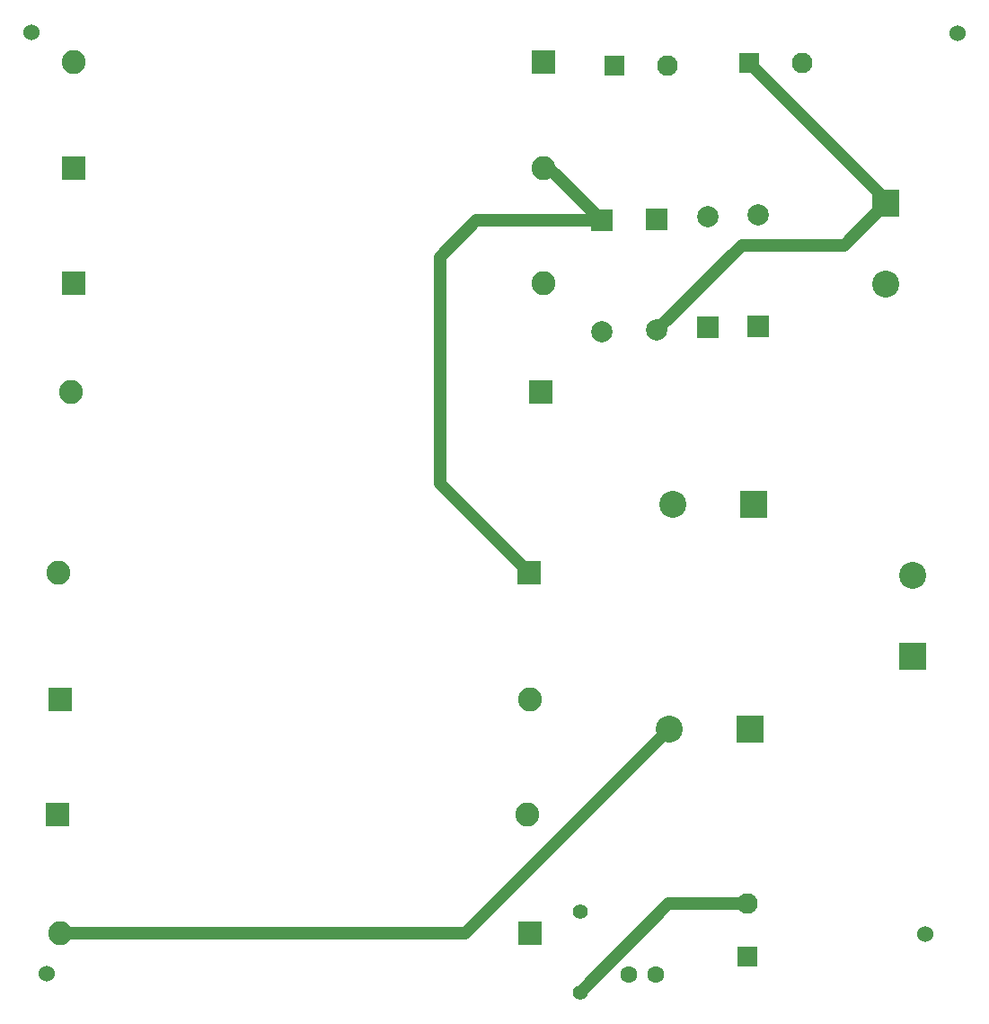
<source format=gtl>
G04 Layer_Physical_Order=1*
G04 Layer_Color=255*
%FSLAX25Y25*%
%MOIN*%
G70*
G01*
G75*
%ADD10C,0.04500*%
%ADD11C,0.06000*%
%ADD12C,0.07874*%
%ADD13R,0.08858X0.08858*%
%ADD14C,0.08858*%
%ADD15C,0.07677*%
%ADD16R,0.07677X0.07677*%
%ADD17C,0.06299*%
%ADD18C,0.05512*%
%ADD19C,0.10000*%
%ADD20R,0.10000X0.10000*%
%ADD21R,0.07874X0.07874*%
%ADD22R,0.10000X0.10000*%
%ADD23R,0.07677X0.07677*%
D10*
X175591Y294590D02*
X222000D01*
X162000Y281000D02*
X175591Y294590D01*
X162000Y197000D02*
Y281000D01*
Y197000D02*
X195000Y164000D01*
X214000Y8500D02*
X246843Y41342D01*
X276000D01*
X21000Y30500D02*
X171500D01*
X247000Y106000D01*
X200409Y314000D02*
X202591D01*
X222000Y294590D01*
X242500Y253909D02*
X274091Y285500D01*
X312000D01*
X327500Y301000D01*
X276815Y353000D02*
X327500Y302315D01*
Y301000D02*
Y302315D01*
D11*
X200409Y353500D02*
D03*
Y314000D02*
D03*
Y271500D02*
D03*
X199500Y231000D02*
D03*
X195000Y164000D02*
D03*
X195409Y117000D02*
D03*
X194409Y74500D02*
D03*
X195409Y30500D02*
D03*
X21000D02*
D03*
X20000Y74500D02*
D03*
X21000Y117000D02*
D03*
X20591Y164000D02*
D03*
X25091Y231000D02*
D03*
X26000Y271500D02*
D03*
X10500Y364500D02*
D03*
X16000Y15500D02*
D03*
X342000Y30000D02*
D03*
X354000Y364000D02*
D03*
D12*
X26000Y314000D02*
D03*
Y353500D02*
D03*
X242500Y253909D02*
D03*
X261500Y296091D02*
D03*
X222000Y253410D02*
D03*
X280000Y296590D02*
D03*
D13*
X20000Y74500D02*
D03*
X195000Y164000D02*
D03*
X21000Y117000D02*
D03*
X199500Y231000D02*
D03*
X26000Y271500D02*
D03*
Y314000D02*
D03*
X200409Y353500D02*
D03*
X195409Y30500D02*
D03*
D14*
X194409Y74500D02*
D03*
X20591Y164000D02*
D03*
X195409Y117000D02*
D03*
X25091Y231000D02*
D03*
X200409Y271500D02*
D03*
Y314000D02*
D03*
X26000Y353500D02*
D03*
X21000Y30500D02*
D03*
D15*
X276000Y41342D02*
D03*
X246500Y352000D02*
D03*
X296500Y353000D02*
D03*
D16*
X276000Y21657D02*
D03*
D17*
X242000Y15000D02*
D03*
X232000D02*
D03*
D18*
X214000Y8500D02*
D03*
Y38500D02*
D03*
D19*
X247000Y106000D02*
D03*
X327500Y271000D02*
D03*
X337500Y163000D02*
D03*
X248500Y189500D02*
D03*
D20*
X277000Y106000D02*
D03*
X278500Y189500D02*
D03*
D21*
X242500Y295091D02*
D03*
X261500Y254909D02*
D03*
X222000Y294590D02*
D03*
X280000Y255410D02*
D03*
D22*
X327500Y301000D02*
D03*
X337500Y133000D02*
D03*
D23*
X226815Y352000D02*
D03*
X276815Y353000D02*
D03*
M02*

</source>
